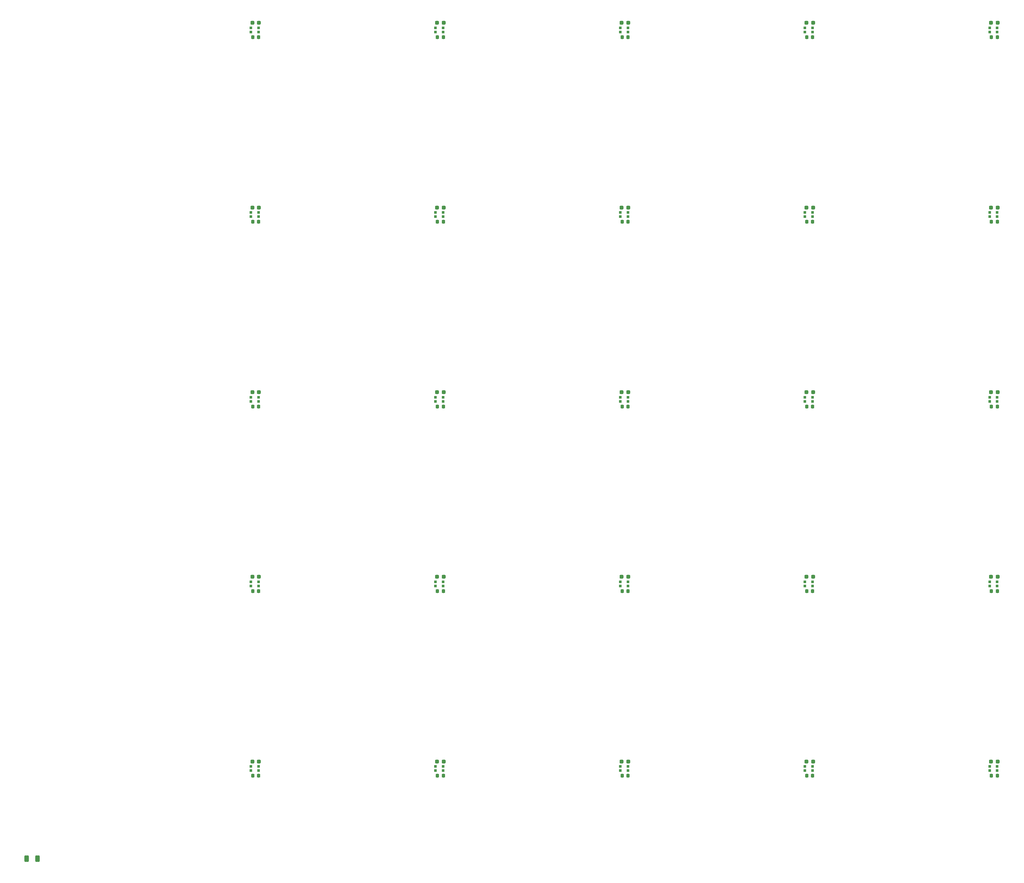
<source format=gbr>
%TF.GenerationSoftware,KiCad,Pcbnew,8.0.2-1*%
%TF.CreationDate,2024-10-14T12:40:27-04:00*%
%TF.ProjectId,EvenLayers_1.3mm_SiPM,4576656e-4c61-4796-9572-735f312e336d,rev?*%
%TF.SameCoordinates,Original*%
%TF.FileFunction,Paste,Top*%
%TF.FilePolarity,Positive*%
%FSLAX46Y46*%
G04 Gerber Fmt 4.6, Leading zero omitted, Abs format (unit mm)*
G04 Created by KiCad (PCBNEW 8.0.2-1) date 2024-10-14 12:40:27*
%MOMM*%
%LPD*%
G01*
G04 APERTURE LIST*
G04 Aperture macros list*
%AMRoundRect*
0 Rectangle with rounded corners*
0 $1 Rounding radius*
0 $2 $3 $4 $5 $6 $7 $8 $9 X,Y pos of 4 corners*
0 Add a 4 corners polygon primitive as box body*
4,1,4,$2,$3,$4,$5,$6,$7,$8,$9,$2,$3,0*
0 Add four circle primitives for the rounded corners*
1,1,$1+$1,$2,$3*
1,1,$1+$1,$4,$5*
1,1,$1+$1,$6,$7*
1,1,$1+$1,$8,$9*
0 Add four rect primitives between the rounded corners*
20,1,$1+$1,$2,$3,$4,$5,0*
20,1,$1+$1,$4,$5,$6,$7,0*
20,1,$1+$1,$6,$7,$8,$9,0*
20,1,$1+$1,$8,$9,$2,$3,0*%
G04 Aperture macros list end*
%ADD10R,0.700000X0.700000*%
%ADD11RoundRect,0.237500X-0.287500X-0.237500X0.287500X-0.237500X0.287500X0.237500X-0.287500X0.237500X0*%
%ADD12RoundRect,0.225000X-0.225000X-0.250000X0.225000X-0.250000X0.225000X0.250000X-0.225000X0.250000X0*%
%ADD13RoundRect,0.250000X-0.312500X-0.625000X0.312500X-0.625000X0.312500X0.625000X-0.312500X0.625000X0*%
G04 APERTURE END LIST*
D10*
%TO.C,REF\u002A\u002A34*%
X325552500Y-191650000D03*
X325552500Y-192750000D03*
D11*
X323925000Y-190315000D03*
X325675000Y-190315000D03*
D10*
X323527500Y-191650000D03*
D12*
X325575000Y-194100000D03*
D10*
X323527500Y-192750000D03*
D12*
X324025000Y-194100000D03*
%TD*%
D10*
%TO.C,REF\u002A\u002A40*%
X130352500Y-289250000D03*
X130352500Y-290350000D03*
D11*
X128725000Y-287915000D03*
X130475000Y-287915000D03*
D10*
X128327500Y-289250000D03*
D12*
X130375000Y-291700000D03*
D10*
X128327500Y-290350000D03*
D12*
X128825000Y-291700000D03*
%TD*%
D10*
%TO.C,REF\u002A\u002A30*%
X130352500Y-191650000D03*
X130352500Y-192750000D03*
D11*
X128725000Y-190315000D03*
X130475000Y-190315000D03*
D10*
X128327500Y-191650000D03*
D12*
X130375000Y-194100000D03*
D10*
X128327500Y-192750000D03*
D12*
X128825000Y-194100000D03*
%TD*%
D10*
%TO.C,REF\u002A\u002A24*%
X325552500Y-94050000D03*
X325552500Y-95150000D03*
D11*
X323925000Y-92715000D03*
X325675000Y-92715000D03*
D10*
X323527500Y-94050000D03*
D12*
X325575000Y-96500000D03*
D10*
X323527500Y-95150000D03*
D12*
X324025000Y-96500000D03*
%TD*%
D10*
%TO.C,REF\u002A\u002A43*%
X276752500Y-289250000D03*
X276752500Y-290350000D03*
D11*
X275125000Y-287915000D03*
X276875000Y-287915000D03*
D10*
X274727500Y-289250000D03*
D12*
X276775000Y-291700000D03*
D10*
X274727500Y-290350000D03*
D12*
X275225000Y-291700000D03*
%TD*%
D10*
%TO.C,REF\u002A\u002A38*%
X276752500Y-240450000D03*
X276752500Y-241550000D03*
D11*
X275125000Y-239115000D03*
X276875000Y-239115000D03*
D10*
X274727500Y-240450000D03*
D12*
X276775000Y-242900000D03*
D10*
X274727500Y-241550000D03*
D12*
X275225000Y-242900000D03*
%TD*%
D13*
%TO.C,50 \u03A9*%
X69037500Y-313600000D03*
X71962500Y-313600000D03*
%TD*%
D10*
%TO.C,REF\u002A\u002A22*%
X227952500Y-94050000D03*
X227952500Y-95150000D03*
D11*
X226325000Y-92715000D03*
X228075000Y-92715000D03*
D10*
X225927500Y-94050000D03*
D12*
X227975000Y-96500000D03*
D10*
X225927500Y-95150000D03*
D12*
X226425000Y-96500000D03*
%TD*%
D10*
%TO.C,REF\u002A\u002A28*%
X276752500Y-142850000D03*
X276752500Y-143950000D03*
D11*
X275125000Y-141515000D03*
X276875000Y-141515000D03*
D10*
X274727500Y-142850000D03*
D12*
X276775000Y-145300000D03*
D10*
X274727500Y-143950000D03*
D12*
X275225000Y-145300000D03*
%TD*%
D10*
%TO.C,REF\u002A\u002A23*%
X276752500Y-94050000D03*
X276752500Y-95150000D03*
D11*
X275125000Y-92715000D03*
X276875000Y-92715000D03*
D10*
X274727500Y-94050000D03*
D12*
X276775000Y-96500000D03*
D10*
X274727500Y-95150000D03*
D12*
X275225000Y-96500000D03*
%TD*%
D10*
%TO.C,REF\u002A\u002A32*%
X227952500Y-191650000D03*
X227952500Y-192750000D03*
D11*
X226325000Y-190315000D03*
X228075000Y-190315000D03*
D10*
X225927500Y-191650000D03*
D12*
X227975000Y-194100000D03*
D10*
X225927500Y-192750000D03*
D12*
X226425000Y-194100000D03*
%TD*%
D10*
%TO.C,REF\u002A\u002A44*%
X325552500Y-289250000D03*
X325552500Y-290350000D03*
D11*
X323925000Y-287915000D03*
X325675000Y-287915000D03*
D10*
X323527500Y-289250000D03*
D12*
X325575000Y-291700000D03*
D10*
X323527500Y-290350000D03*
D12*
X324025000Y-291700000D03*
%TD*%
D10*
%TO.C,REF\u002A\u002A26*%
X179152500Y-142850000D03*
X179152500Y-143950000D03*
D11*
X177525000Y-141515000D03*
X179275000Y-141515000D03*
D10*
X177127500Y-142850000D03*
D12*
X179175000Y-145300000D03*
D10*
X177127500Y-143950000D03*
D12*
X177625000Y-145300000D03*
%TD*%
D10*
%TO.C,REF\u002A\u002A36*%
X179152500Y-240450000D03*
X179152500Y-241550000D03*
D11*
X177525000Y-239115000D03*
X179275000Y-239115000D03*
D10*
X177127500Y-240450000D03*
D12*
X179175000Y-242900000D03*
D10*
X177127500Y-241550000D03*
D12*
X177625000Y-242900000D03*
%TD*%
D10*
%TO.C,REF\u002A\u002A20*%
X130352500Y-94050000D03*
X130352500Y-95150000D03*
D11*
X128725000Y-92715000D03*
X130475000Y-92715000D03*
D10*
X128327500Y-94050000D03*
D12*
X130375000Y-96500000D03*
D10*
X128327500Y-95150000D03*
D12*
X128825000Y-96500000D03*
%TD*%
D10*
%TO.C,REF\u002A\u002A25*%
X130352500Y-142850000D03*
X130352500Y-143950000D03*
D11*
X128725000Y-141515000D03*
X130475000Y-141515000D03*
D10*
X128327500Y-142850000D03*
D12*
X130375000Y-145300000D03*
D10*
X128327500Y-143950000D03*
D12*
X128825000Y-145300000D03*
%TD*%
D10*
%TO.C,REF\u002A\u002A37*%
X227952500Y-240450000D03*
X227952500Y-241550000D03*
D11*
X226325000Y-239115000D03*
X228075000Y-239115000D03*
D10*
X225927500Y-240450000D03*
D12*
X227975000Y-242900000D03*
D10*
X225927500Y-241550000D03*
D12*
X226425000Y-242900000D03*
%TD*%
D10*
%TO.C,REF\u002A\u002A31*%
X179152500Y-191650000D03*
X179152500Y-192750000D03*
D11*
X177525000Y-190315000D03*
X179275000Y-190315000D03*
D10*
X177127500Y-191650000D03*
D12*
X179175000Y-194100000D03*
D10*
X177127500Y-192750000D03*
D12*
X177625000Y-194100000D03*
%TD*%
D10*
%TO.C,REF\u002A\u002A27*%
X227952500Y-142850000D03*
X227952500Y-143950000D03*
D11*
X226325000Y-141515000D03*
X228075000Y-141515000D03*
D10*
X225927500Y-142850000D03*
D12*
X227975000Y-145300000D03*
D10*
X225927500Y-143950000D03*
D12*
X226425000Y-145300000D03*
%TD*%
D10*
%TO.C,REF\u002A\u002A41*%
X179152500Y-289250000D03*
X179152500Y-290350000D03*
D11*
X177525000Y-287915000D03*
X179275000Y-287915000D03*
D10*
X177127500Y-289250000D03*
D12*
X179175000Y-291700000D03*
D10*
X177127500Y-290350000D03*
D12*
X177625000Y-291700000D03*
%TD*%
D10*
%TO.C,REF\u002A\u002A29*%
X325552500Y-142850000D03*
X325552500Y-143950000D03*
D11*
X323925000Y-141515000D03*
X325675000Y-141515000D03*
D10*
X323527500Y-142850000D03*
D12*
X325575000Y-145300000D03*
D10*
X323527500Y-143950000D03*
D12*
X324025000Y-145300000D03*
%TD*%
D10*
%TO.C,REF\u002A\u002A21*%
X179152500Y-94050000D03*
X179152500Y-95150000D03*
D11*
X177525000Y-92715000D03*
X179275000Y-92715000D03*
D10*
X177127500Y-94050000D03*
D12*
X179175000Y-96500000D03*
D10*
X177127500Y-95150000D03*
D12*
X177625000Y-96500000D03*
%TD*%
D10*
%TO.C,REF\u002A\u002A42*%
X227952500Y-289250000D03*
X227952500Y-290350000D03*
D11*
X226325000Y-287915000D03*
X228075000Y-287915000D03*
D10*
X225927500Y-289250000D03*
D12*
X227975000Y-291700000D03*
D10*
X225927500Y-290350000D03*
D12*
X226425000Y-291700000D03*
%TD*%
D10*
%TO.C,REF\u002A\u002A35*%
X130352500Y-240450000D03*
X130352500Y-241550000D03*
D11*
X128725000Y-239115000D03*
X130475000Y-239115000D03*
D10*
X128327500Y-240450000D03*
D12*
X130375000Y-242900000D03*
D10*
X128327500Y-241550000D03*
D12*
X128825000Y-242900000D03*
%TD*%
D10*
%TO.C,REF\u002A\u002A39*%
X325552500Y-240450000D03*
X325552500Y-241550000D03*
D11*
X323925000Y-239115000D03*
X325675000Y-239115000D03*
D10*
X323527500Y-240450000D03*
D12*
X325575000Y-242900000D03*
D10*
X323527500Y-241550000D03*
D12*
X324025000Y-242900000D03*
%TD*%
D10*
%TO.C,REF\u002A\u002A33*%
X276752500Y-191650000D03*
X276752500Y-192750000D03*
D11*
X275125000Y-190315000D03*
X276875000Y-190315000D03*
D10*
X274727500Y-191650000D03*
D12*
X276775000Y-194100000D03*
D10*
X274727500Y-192750000D03*
D12*
X275225000Y-194100000D03*
%TD*%
M02*

</source>
